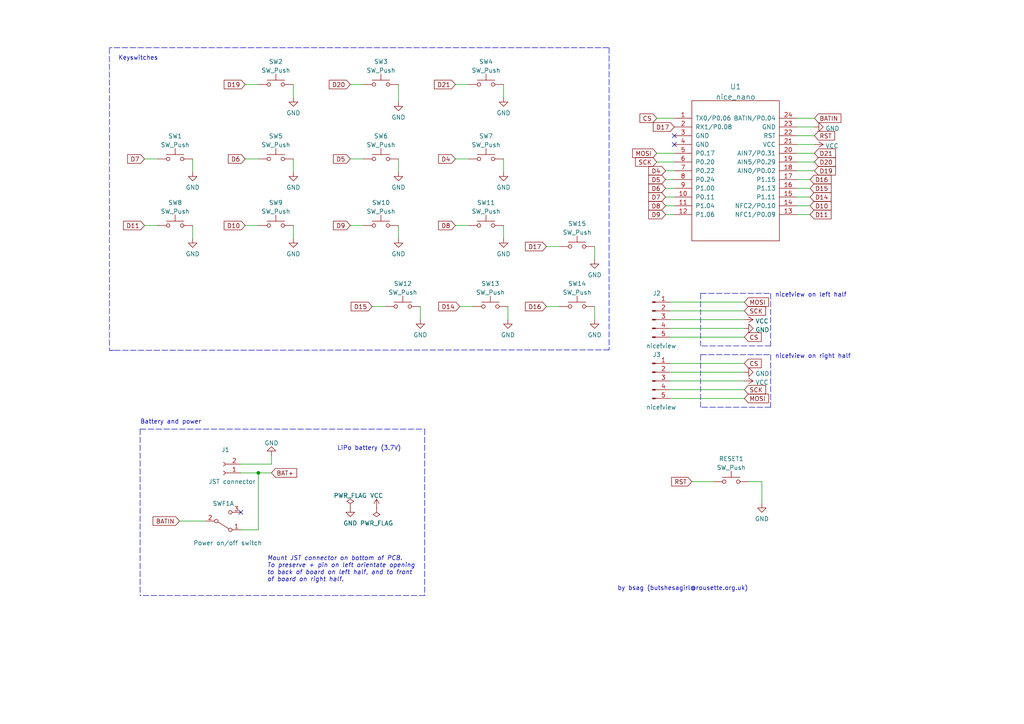
<source format=kicad_sch>
(kicad_sch (version 20211123) (generator eeschema)
  (paper "A4")
  (title_block (title "Nine Nice!Nano") (date "2022-11-12") (rev "v1"))
  (lib_symbols
    (symbol "Connector:Conn_01x02_Female" (pin_names (offset 1.016) hide)
      (property "Reference" "J" (at 0 2.54 0))
      (property "Value" "Conn_01x02_Female" (at 0 -5.08 0))
      (symbol "Conn_01x02_Female_1_1"
        (arc (start 0 -2.032) (mid -0.508 -2.54) (end 0 -3.048) (stroke (width 0.1524)))
        (polyline (pts (xy -1.27 -2.54) (xy -0.508 -2.54)) (stroke (width 0.1524)))
        (polyline (pts (xy -1.27 0) (xy -0.508 0)) (stroke (width 0.1524)))
        (arc (start 0 0.508) (mid -0.508 0) (end 0 -0.508) (stroke (width 0.1524)))
        (pin passive line (at -5.08 0 0) (length 3.81) (name "Pin_1") (number "1"))
        (pin passive line (at -5.08 -2.54 0) (length 3.81) (name "Pin_2") (number "2"))
      )
    )
    (symbol "Connector:Conn_01x05_Male" (pin_names (offset 1.016) hide)
      (property "Reference" "J" (at 0 7.62 0))
      (property "Value" "Conn_01x05_Male" (at 0 -7.62 0))
      (symbol "Conn_01x05_Male_1_1"
        (polyline (pts (xy 1.27 -5.08) (xy 0.8636 -5.08)) (stroke (width 0.1524)))
        (polyline (pts (xy 1.27 -2.54) (xy 0.8636 -2.54)) (stroke (width 0.1524)))
        (polyline (pts (xy 1.27 0) (xy 0.8636 0)) (stroke (width 0.1524)))
        (polyline (pts (xy 1.27 2.54) (xy 0.8636 2.54)) (stroke (width 0.1524)))
        (polyline (pts (xy 1.27 5.08) (xy 0.8636 5.08)) (stroke (width 0.1524)))
        (rectangle (start 0.8636 -4.953) (end 0 -5.207) (stroke (width 0.1524)) (fill (type outline)))
        (rectangle (start 0.8636 -2.413) (end 0 -2.667) (stroke (width 0.1524)) (fill (type outline)))
        (rectangle (start 0.8636 0.127) (end 0 -0.127) (stroke (width 0.1524)) (fill (type outline)))
        (rectangle (start 0.8636 2.667) (end 0 2.413) (stroke (width 0.1524)) (fill (type outline)))
        (rectangle (start 0.8636 5.207) (end 0 4.953) (stroke (width 0.1524)) (fill (type outline)))
        (pin passive line (at 5.08 5.08 180) (length 3.81) (name "Pin_1") (number "1"))
        (pin passive line (at 5.08 2.54 180) (length 3.81) (name "Pin_2") (number "2"))
        (pin passive line (at 5.08 0 180) (length 3.81) (name "Pin_3") (number "3"))
        (pin passive line (at 5.08 -2.54 180) (length 3.81) (name "Pin_4") (number "4"))
        (pin passive line (at 5.08 -5.08 180) (length 3.81) (name "Pin_5") (number "5"))
      )
    )
    (symbol "Switch:SW_DPDT_x2" (pin_names (offset 0) hide)
      (property "Reference" "SW" (at 0 4.318 0))
      (property "Value" "SW_DPDT_x2" (at 0 -5.08 0))
      (symbol "SW_DPDT_x2_0_0"
        (circle (center -2.032 0) (radius 0.508))
        (circle (center 2.032 -2.54) (radius 0.508))
      )
      (symbol "SW_DPDT_x2_0_1"
        (polyline (pts (xy -1.524 0.254) (xy 1.651 2.286)))
        (circle (center 2.032 2.54) (radius 0.508))
      )
      (symbol "SW_DPDT_x2_1_1"
        (pin passive line (at 5.08 2.54 180) (length 2.54) (name "A") (number "1"))
        (pin passive line (at -5.08 0 0) (length 2.54) (name "B") (number "2"))
        (pin passive line (at 5.08 -2.54 180) (length 2.54) (name "C") (number "3"))
      )
      (symbol "SW_DPDT_x2_2_1"
        (pin passive line (at 5.08 2.54 180) (length 2.54) (name "A") (number "4"))
        (pin passive line (at -5.08 0 0) (length 2.54) (name "B") (number "5"))
        (pin passive line (at 5.08 -2.54 180) (length 2.54) (name "C") (number "6"))
      )
    )
    (symbol "Switch:SW_Push" (pin_numbers hide) (pin_names (offset 1.016) hide)
      (property "Reference" "SW" (at 1.27 2.54 0))
      (property "Value" "SW_Push" (at 0 -1.524 0))
      (symbol "SW_Push_0_1"
        (circle (center -2.032 0) (radius 0.508))
        (polyline (pts (xy 0 1.27) (xy 0 3.048)))
        (polyline (pts (xy 2.54 1.27) (xy -2.54 1.27)))
        (circle (center 2.032 0) (radius 0.508))
        (pin passive line (at -5.08 0 0) (length 2.54) (name "1") (number "1"))
        (pin passive line (at 5.08 0 180) (length 2.54) (name "2") (number "2"))
      )
    )
    (symbol "nice_nano_1" (pin_names (offset 1.016))
      (property "Reference" "U" (at 0 0 0))
      (property "Value" "nice_nano_1" (at 0 2.54 0))
      (symbol "nice_nano_1_0_1"
        (rectangle (start -12.7 -21.59) (end 12.7 19.05))
      )
      (symbol "nice_nano_1_1_1"
        (pin input line (at -17.78 13.97 0) (length 5.08) (name "TX0/P0.06") (number "1"))
        (pin input line (at -17.78 -8.89 0) (length 5.08) (name "P0.11") (number "10"))
        (pin input line (at -17.78 -11.43 0) (length 5.08) (name "P1.04") (number "11"))
        (pin input line (at -17.78 -13.97 0) (length 5.08) (name "P1.06") (number "12"))
        (pin input line (at 17.78 -13.97 180) (length 5.08) (name "NFC1/P0.09") (number "13"))
        (pin input line (at 17.78 -11.43 180) (length 5.08) (name "NFC2/P0.10") (number "14"))
        (pin input line (at 17.78 -8.89 180) (length 5.08) (name "P1.11") (number "15"))
        (pin input line (at 17.78 -6.35 180) (length 5.08) (name "P1.13") (number "16"))
        (pin input line (at 17.78 -3.81 180) (length 5.08) (name "P1.15") (number "17"))
        (pin input line (at 17.78 -1.27 180) (length 5.08) (name "AIN0/P0.02") (number "18"))
        (pin input line (at 17.78 1.27 180) (length 5.08) (name "AIN5/P0.29") (number "19"))
        (pin input line (at -17.78 11.43 0) (length 5.08) (name "RX1/P0.08") (number "2"))
        (pin input line (at 17.78 3.81 180) (length 5.08) (name "AIN7/P0.31") (number "20"))
        (pin input line (at 17.78 6.35 180) (length 5.08) (name "VCC") (number "21"))
        (pin input line (at 17.78 8.89 180) (length 5.08) (name "RST") (number "22"))
        (pin input line (at 17.78 11.43 180) (length 5.08) (name "GND") (number "23"))
        (pin input line (at 17.78 13.97 180) (length 5.08) (name "BATIN/P0.04") (number "24"))
        (pin input line (at -17.78 8.89 0) (length 5.08) (name "GND") (number "3"))
        (pin input line (at -17.78 6.35 0) (length 5.08) (name "GND") (number "4"))
        (pin input line (at -17.78 3.81 0) (length 5.08) (name "P0.17") (number "5"))
        (pin input line (at -17.78 1.27 0) (length 5.08) (name "P0.20") (number "6"))
        (pin input line (at -17.78 -1.27 0) (length 5.08) (name "P0.22") (number "7"))
        (pin input line (at -17.78 -3.81 0) (length 5.08) (name "P0.24") (number "8"))
        (pin input line (at -17.78 -6.35 0) (length 5.08) (name "P1.00") (number "9"))
      )
    )
    (symbol "power:GND" (power) (pin_names (offset 0))
      (property "Value" "GND" (at 0 -3.81 0))
      (symbol "GND_0_1"
        (polyline (pts (xy 0 0) (xy 0 -1.27) (xy 1.27 -1.27) (xy 0 -2.54) (xy -1.27 -1.27) (xy 0 -1.27)))
      )
      (symbol "GND_1_1"
        (pin power_in line (at 0 0 270) (length 0) hide (name "GND") (number "1"))
      )
    )
    (symbol "power:PWR_FLAG" (power) (pin_numbers hide) (pin_names (offset 0) hide)
      (property "Value" "PWR_FLAG" (at 0 3.81 0))
      (symbol "PWR_FLAG_0_0"
        (pin power_out line (at 0 0 90) (length 0) (name "pwr") (number "1"))
      )
      (symbol "PWR_FLAG_0_1"
        (polyline (pts (xy 0 0) (xy 0 1.27) (xy -1.016 1.905) (xy 0 2.54) (xy 1.016 1.905) (xy 0 1.27)))
      )
    )
    (symbol "power:VCC" (power) (pin_names (offset 0))
      (property "Value" "VCC" (at 0 3.81 0))
      (symbol "VCC_0_1"
        (polyline (pts (xy -0.762 1.27) (xy 0 2.54)))
        (polyline (pts (xy 0 0) (xy 0 2.54)))
        (polyline (pts (xy 0 2.54) (xy 0.762 1.27)))
      )
      (symbol "VCC_1_1"
        (pin power_in line (at 0 0 90) (length 0) hide (name "VCC") (number "1"))
      )
    )
  )
  (junction (at 74.93 137.16))
  (no_connect (at 195.58 39.37))
  (no_connect (at 195.58 41.91))
  (no_connect (at 69.85 148.59))
  (wire (pts (xy 172.466 88.9) (xy 172.466 92.71)))
  (wire (pts (xy 217.17 139.7) (xy 220.98 139.7)))
  (wire (pts (xy 101.6 65.405) (xy 105.41 65.405)))
  (wire (pts (xy 146.05 46.101) (xy 146.05 49.911)))
  (wire (pts (xy 193.04 54.61) (xy 195.58 54.61)))
  (wire (pts (xy 194.31 105.41) (xy 215.9 105.41)))
  (wire (pts (xy 194.31 87.63) (xy 215.9 87.63)))
  (polyline (pts (xy 31.75 101.6) (xy 33.02 101.6)))
  (wire (pts (xy 74.93 137.16) (xy 69.85 137.16)))
  (polyline (pts (xy 203.2 102.87) (xy 203.2 118.11)))
  (wire (pts (xy 41.91 65.405) (xy 45.72 65.405)))
  (wire (pts (xy 231.14 52.07) (xy 234.95 52.07)))
  (wire (pts (xy 115.57 46.101) (xy 115.57 49.911)))
  (polyline (pts (xy 203.2 85.09) (xy 203.2 100.33)))
  (wire (pts (xy 121.92 88.9) (xy 121.92 92.71)))
  (polyline (pts (xy 123.19 124.46) (xy 123.19 172.72)))
  (wire (pts (xy 231.14 39.37) (xy 236.22 39.37)))
  (wire (pts (xy 193.04 52.07) (xy 195.58 52.07)))
  (wire (pts (xy 231.14 57.15) (xy 234.95 57.15)))
  (polyline (pts (xy 203.2 102.87) (xy 223.52 102.87)))
  (wire (pts (xy 231.14 44.45) (xy 236.22 44.45)))
  (wire (pts (xy 41.91 46.101) (xy 45.72 46.101)))
  (wire (pts (xy 231.14 41.91) (xy 236.22 41.91)))
  (wire (pts (xy 85.09 46.101) (xy 85.09 49.911)))
  (wire (pts (xy 132.08 46.101) (xy 135.89 46.101)))
  (polyline (pts (xy 223.52 118.11) (xy 203.2 118.11)))
  (wire (pts (xy 69.85 134.62) (xy 78.74 134.62)))
  (wire (pts (xy 231.14 62.23) (xy 234.95 62.23)))
  (wire (pts (xy 190.5 34.29) (xy 195.58 34.29)))
  (polyline (pts (xy 31.75 13.97) (xy 31.75 101.6)))
  (wire (pts (xy 231.14 36.83) (xy 236.22 36.83)))
  (wire (pts (xy 194.31 97.79) (xy 215.9 97.79)))
  (polyline (pts (xy 223.52 100.33) (xy 203.2 100.33)))
  (wire (pts (xy 101.6 46.101) (xy 105.41 46.101)))
  (wire (pts (xy 132.08 24.511) (xy 135.89 24.511)))
  (wire (pts (xy 194.31 110.49) (xy 215.9 110.49)))
  (wire (pts (xy 55.88 46.101) (xy 55.88 49.911)))
  (wire (pts (xy 231.14 49.53) (xy 236.22 49.53)))
  (wire (pts (xy 194.31 115.57) (xy 215.9 115.57)))
  (wire (pts (xy 146.05 24.511) (xy 146.05 28.321)))
  (wire (pts (xy 220.98 139.7) (xy 220.98 146.05)))
  (wire (pts (xy 193.04 57.15) (xy 195.58 57.15)))
  (wire (pts (xy 231.14 59.69) (xy 234.95 59.69)))
  (wire (pts (xy 200.66 139.7) (xy 207.01 139.7)))
  (polyline (pts (xy 176.657 13.843) (xy 176.657 101.473)))
  (polyline (pts (xy 176.53 13.843) (xy 31.75 13.843)))
  (wire (pts (xy 71.12 46.101) (xy 74.93 46.101)))
  (polyline (pts (xy 40.64 124.46) (xy 40.64 172.72)))
  (wire (pts (xy 85.09 65.405) (xy 85.09 69.215)))
  (polyline (pts (xy 223.52 102.87) (xy 223.52 118.11)))
  (wire (pts (xy 190.5 46.99) (xy 195.58 46.99)))
  (wire (pts (xy 132.08 65.405) (xy 135.89 65.405)))
  (polyline (pts (xy 123.19 172.72) (xy 40.64 172.72)))
  (polyline (pts (xy 223.52 85.09) (xy 223.52 100.33)))
  (wire (pts (xy 146.05 65.405) (xy 146.05 69.215)))
  (wire (pts (xy 107.95 88.9) (xy 111.76 88.9)))
  (wire (pts (xy 69.85 153.67) (xy 74.93 153.67)))
  (wire (pts (xy 158.496 71.501) (xy 162.306 71.501)))
  (wire (pts (xy 231.14 54.61) (xy 234.95 54.61)))
  (wire (pts (xy 194.31 95.25) (xy 215.9 95.25)))
  (wire (pts (xy 190.5 44.45) (xy 195.58 44.45)))
  (wire (pts (xy 74.93 137.16) (xy 78.74 137.16)))
  (polyline (pts (xy 203.2 85.09) (xy 223.52 85.09)))
  (wire (pts (xy 194.31 90.17) (xy 215.9 90.17)))
  (wire (pts (xy 55.88 65.405) (xy 55.88 69.215)))
  (wire (pts (xy 71.12 65.405) (xy 74.93 65.405)))
  (wire (pts (xy 71.12 24.511) (xy 74.93 24.511)))
  (wire (pts (xy 74.93 137.16) (xy 74.93 153.67)))
  (wire (pts (xy 85.09 24.511) (xy 85.09 28.321)))
  (wire (pts (xy 158.496 88.9) (xy 162.306 88.9)))
  (wire (pts (xy 193.04 49.53) (xy 195.58 49.53)))
  (wire (pts (xy 147.32 88.9) (xy 147.32 92.71)))
  (wire (pts (xy 78.74 132.08) (xy 78.74 134.62)))
  (wire (pts (xy 101.6 24.511) (xy 105.41 24.511)))
  (wire (pts (xy 231.14 46.99) (xy 236.22 46.99)))
  (polyline (pts (xy 40.64 124.46) (xy 123.19 124.46)))
  (wire (pts (xy 115.57 65.405) (xy 115.57 69.215)))
  (wire (pts (xy 193.04 59.69) (xy 195.58 59.69)))
  (polyline (pts (xy 176.657 101.473) (xy 31.75 101.6)))
  (wire (pts (xy 194.31 107.95) (xy 215.9 107.95)))
  (wire (pts (xy 133.35 88.9) (xy 137.16 88.9)))
  (wire (pts (xy 231.14 34.29) (xy 236.22 34.29)))
  (wire (pts (xy 194.31 113.03) (xy 215.9 113.03)))
  (wire (pts (xy 193.04 62.23) (xy 195.58 62.23)))
  (wire (pts (xy 194.31 92.71) (xy 215.9 92.71)))
  (wire (pts (xy 115.57 24.511) (xy 115.57 29.591)))
  (wire (pts (xy 52.07 151.13) (xy 59.69 151.13)))
  (wire (pts (xy 172.466 71.501) (xy 172.466 75.311)))
  (text "by bsag (butshesagirl@rousette.org.uk)" (at 179.07 171.45 0) (effects (font (size 1.27 1.27)) (justify left bottom)))
  (text "LiPo battery (3.7V)" (at 97.79 130.81 0) (effects (font (size 1.27 1.27)) (justify left bottom)))
  (text "Mount JST connector on bottom of PCB.\nTo preserve + pin on left orientate opening\nto back of board on left half, and to front\nof board on right half.\n" (at 77.47 168.91 0) (effects (font (size 1.27 1.27) italic) (justify left bottom)))
  (text "nice!view on right half" (at 224.79 104.14 0) (effects (font (size 1.27 1.27)) (justify left bottom)))
  (text "Keyswitches" (at 34.29 17.653 0) (effects (font (size 1.27 1.27)) (justify left bottom)))
  (text "nice!view on left half" (at 224.79 86.36 0) (effects (font (size 1.27 1.27)) (justify left bottom)))
  (text "Battery and power\n" (at 40.64 123.19 0) (effects (font (size 1.27 1.27)) (justify left bottom)))
  (global_label "BATIN" (shape input) (at 236.22 34.29 0) (property "Intersheet References" "${INTERSHEET_REFS}" (effects hide)))
  (global_label "D11" (shape input) (at 234.95 62.23 0) (property "Intersheet References" "${INTERSHEET_REFS}" (effects hide)))
  (global_label "D7" (shape input) (at 41.91 46.101 180) (property "Intersheet References" "${INTERSHEET_REFS}" (effects hide)))
  (global_label "D7" (shape input) (at 193.04 57.15 180) (property "Intersheet References" "${INTERSHEET_REFS}" (effects hide)))
  (global_label "D16" (shape input) (at 234.95 52.07 0) (property "Intersheet References" "${INTERSHEET_REFS}" (effects hide)))
  (global_label "D14" (shape input) (at 234.95 57.15 0) (property "Intersheet References" "${INTERSHEET_REFS}" (effects hide)))
  (global_label "D9" (shape input) (at 101.6 65.405 180) (property "Intersheet References" "${INTERSHEET_REFS}" (effects hide)))
  (global_label "D8" (shape input) (at 193.04 59.69 180) (property "Intersheet References" "${INTERSHEET_REFS}" (effects hide)))
  (global_label "D4" (shape input) (at 132.08 46.101 180) (property "Intersheet References" "${INTERSHEET_REFS}" (effects hide)))
  (global_label "SCK" (shape input) (at 215.9 90.17 0) (property "Intersheet References" "${INTERSHEET_REFS}" (effects hide)))
  (global_label "RST" (shape input) (at 236.22 39.37 0) (property "Intersheet References" "${INTERSHEET_REFS}" (effects hide)))
  (global_label "CS" (shape input) (at 215.9 105.41 0) (property "Intersheet References" "${INTERSHEET_REFS}" (effects hide)))
  (global_label "D5" (shape input) (at 101.6 46.101 180) (property "Intersheet References" "${INTERSHEET_REFS}" (effects hide)))
  (global_label "MOSI" (shape input) (at 215.9 87.63 0) (property "Intersheet References" "${INTERSHEET_REFS}" (effects hide)))
  (global_label "BATIN" (shape input) (at 52.07 151.13 180) (property "Intersheet References" "${INTERSHEET_REFS}" (effects hide)))
  (global_label "SCK" (shape input) (at 215.9 113.03 0) (property "Intersheet References" "${INTERSHEET_REFS}" (effects hide)))
  (global_label "CS" (shape input) (at 215.9 97.79 0) (property "Intersheet References" "${INTERSHEET_REFS}" (effects hide)))
  (global_label "D10" (shape input) (at 71.12 65.405 180) (property "Intersheet References" "${INTERSHEET_REFS}" (effects hide)))
  (global_label "D14" (shape input) (at 133.35 88.9 180) (property "Intersheet References" "${INTERSHEET_REFS}" (effects hide)))
  (global_label "D20" (shape input) (at 236.22 46.99 0) (property "Intersheet References" "${INTERSHEET_REFS}" (effects hide)))
  (global_label "D11" (shape input) (at 41.91 65.405 180) (property "Intersheet References" "${INTERSHEET_REFS}" (effects hide)))
  (global_label "D9" (shape input) (at 193.04 62.23 180) (property "Intersheet References" "${INTERSHEET_REFS}" (effects hide)))
  (global_label "SCK" (shape input) (at 190.5 46.99 180) (property "Intersheet References" "${INTERSHEET_REFS}" (effects hide)))
  (global_label "D15" (shape input) (at 107.95 88.9 180) (property "Intersheet References" "${INTERSHEET_REFS}" (effects hide)))
  (global_label "BAT+" (shape input) (at 78.74 137.16 0) (property "Intersheet References" "${INTERSHEET_REFS}" (effects hide)))
  (global_label "D17" (shape input) (at 195.58 36.83 180) (property "Intersheet References" "${INTERSHEET_REFS}" (effects hide)))
  (global_label "D16" (shape input) (at 158.496 88.9 180) (property "Intersheet References" "${INTERSHEET_REFS}" (effects hide)))
  (global_label "D10" (shape input) (at 234.95 59.69 0) (property "Intersheet References" "${INTERSHEET_REFS}" (effects hide)))
  (global_label "D4" (shape input) (at 193.04 49.53 180) (property "Intersheet References" "${INTERSHEET_REFS}" (effects hide)))
  (global_label "D19" (shape input) (at 71.12 24.511 180) (property "Intersheet References" "${INTERSHEET_REFS}" (effects hide)))
  (global_label "RST" (shape input) (at 200.66 139.7 180) (property "Intersheet References" "${INTERSHEET_REFS}" (effects hide)))
  (global_label "D19" (shape input) (at 236.22 49.53 0) (property "Intersheet References" "${INTERSHEET_REFS}" (effects hide)))
  (global_label "D21" (shape input) (at 132.08 24.511 180) (property "Intersheet References" "${INTERSHEET_REFS}" (effects hide)))
  (global_label "D17" (shape input) (at 158.496 71.501 180) (property "Intersheet References" "${INTERSHEET_REFS}" (effects hide)))
  (global_label "D8" (shape input) (at 132.08 65.405 180) (property "Intersheet References" "${INTERSHEET_REFS}" (effects hide)))
  (global_label "D20" (shape input) (at 101.6 24.511 180) (property "Intersheet References" "${INTERSHEET_REFS}" (effects hide)))
  (global_label "CS" (shape input) (at 190.5 34.29 180) (property "Intersheet References" "${INTERSHEET_REFS}" (effects hide)))
  (global_label "MOSI" (shape input) (at 215.9 115.57 0) (property "Intersheet References" "${INTERSHEET_REFS}" (effects hide)))
  (global_label "D5" (shape input) (at 193.04 52.07 180) (property "Intersheet References" "${INTERSHEET_REFS}" (effects hide)))
  (global_label "D6" (shape input) (at 193.04 54.61 180) (property "Intersheet References" "${INTERSHEET_REFS}" (effects hide)))
  (global_label "D21" (shape input) (at 236.22 44.45 0) (property "Intersheet References" "${INTERSHEET_REFS}" (effects hide)))
  (global_label "MOSI" (shape input) (at 190.5 44.45 180) (property "Intersheet References" "${INTERSHEET_REFS}" (effects hide)))
  (global_label "D15" (shape input) (at 234.95 54.61 0) (property "Intersheet References" "${INTERSHEET_REFS}" (effects hide)))
  (global_label "D6" (shape input) (at 71.12 46.101 180) (property "Intersheet References" "${INTERSHEET_REFS}" (effects hide)))
  (symbol (lib_id "power:VCC") (at 109.22 147.32 0) (unit 1)
    (property "Reference" "#PWR06" (effects hide))
    (property "Value" "VCC" (at 109.22 143.7442 0))
  )
  (symbol (lib_id "Switch:SW_Push") (at 140.97 24.511 0) (unit 1)
    (property "Reference" "SW4" (at 140.97 17.8902 0))
    (property "Value" "SW_Push" (at 140.97 20.4271 0))
    (property "Footprint" "footprints:pg1350-rev-hs-1U" (effects hide))
  )
  (symbol (lib_id "power:GND") (at 101.6 147.32 0) (unit 1)
    (property "Reference" "#PWR05" (effects hide))
    (property "Value" "GND" (at 101.6 151.7634 0))
  )
  (symbol (lib_id "Switch:SW_Push") (at 140.97 65.405 0) (unit 1)
    (property "Reference" "SW11" (at 140.97 58.7842 0))
    (property "Value" "SW_Push" (at 140.97 61.3211 0))
    (property "Footprint" "footprints:pg1350-rev-hs-1U" (effects hide))
  )
  (symbol (lib_id "power:VCC") (at 215.9 92.71 270) (unit 1)
    (property "Reference" "#PWR016" (effects hide))
    (property "Value" "VCC" (at 219.075 93.1438 90) (effects (justify left)))
  )
  (symbol (lib_id "Switch:SW_Push") (at 50.8 65.405 0) (unit 1)
    (property "Reference" "SW8" (at 50.8 58.7842 0))
    (property "Value" "SW_Push" (at 50.8 61.3211 0))
    (property "Footprint" "footprints:pg1350-rev-hs-1.25U" (effects hide))
  )
  (symbol (lib_id "power:GND") (at 172.466 92.71 0) (unit 1)
    (property "Reference" "#PWR?" (effects hide))
    (property "Value" "GND" (at 172.466 97.1534 0))
  )
  (symbol (lib_id "Switch:SW_Push") (at 80.01 46.101 0) (unit 1)
    (property "Reference" "SW5" (at 80.01 39.4802 0))
    (property "Value" "SW_Push" (at 80.01 42.0171 0))
    (property "Footprint" "footprints:pg1350-rev-hs-1U" (effects hide))
  )
  (symbol (lib_id "power:GND") (at 215.9 107.95 90) (unit 1)
    (property "Reference" "#PWR018" (effects hide))
    (property "Value" "GND" (at 219.075 108.3838 90) (effects (justify right)))
  )
  (symbol (lib_id "power:GND") (at 85.09 69.215 0) (unit 1)
    (property "Reference" "#PWR?" (effects hide))
    (property "Value" "GND" (at 85.09 73.6584 0))
  )
  (symbol (lib_id "power:GND") (at 115.57 69.215 0) (unit 1)
    (property "Reference" "#PWR?" (effects hide))
    (property "Value" "GND" (at 115.57 73.6584 0))
  )
  (symbol (lib_id "power:GND") (at 78.74 132.08 180) (unit 1)
    (property "Reference" "#PWR02" (effects hide))
    (property "Value" "GND" (at 78.74 128.5042 0))
  )
  (symbol (lib_id "Switch:SW_Push") (at 167.386 71.501 0) (unit 1)
    (property "Reference" "SW15" (at 167.386 64.8802 0))
    (property "Value" "SW_Push" (at 167.386 67.4171 0))
    (property "Footprint" "footprints:pg1350-rev-hs-1.25U" (effects hide))
  )
  (symbol (lib_id "Switch:SW_Push") (at 80.01 24.511 0) (unit 1)
    (property "Reference" "SW2" (at 80.01 17.8902 0))
    (property "Value" "SW_Push" (at 80.01 20.4271 0))
    (property "Footprint" "footprints:pg1350-rev-hs-1U" (effects hide))
  )
  (symbol (lib_id "power:PWR_FLAG") (at 101.6 147.32 0) (unit 1)
    (property "Reference" "#FLG01" (effects hide))
    (property "Value" "PWR_FLAG" (at 101.6 143.7442 0))
  )
  (symbol (lib_id "Switch:SW_Push") (at 110.49 46.101 0) (unit 1)
    (property "Reference" "SW6" (at 110.49 39.4802 0))
    (property "Value" "SW_Push" (at 110.49 42.0171 0))
    (property "Footprint" "footprints:pg1350-rev-hs-1U" (effects hide))
  )
  (symbol (lib_id "power:GND") (at 236.22 36.83 90) (unit 1)
    (property "Reference" "#PWR021" (effects hide))
    (property "Value" "GND" (at 239.395 37.2638 90) (effects (justify right)))
  )
  (symbol (lib_id "Connector:Conn_01x05_Male") (at 189.23 92.71 0) (unit 1)
    (property "Reference" "J2" (at 190.5 85.09 0))
    (property "Value" "nice!view" (at 191.77 100.33 0))
    (property "Footprint" "footprints:OLED_5Pin" (effects hide))
  )
  (symbol (lib_id "Connector:Conn_01x05_Male") (at 189.23 110.49 0) (unit 1)
    (property "Reference" "J3" (at 190.5 102.87 0))
    (property "Value" "nice!view" (at 191.77 118.11 0))
    (property "Footprint" "footprints:OLED_5Pin" (effects hide))
  )
  (symbol (lib_id "Switch:SW_Push") (at 110.49 65.405 0) (unit 1)
    (property "Reference" "SW10" (at 110.49 58.7842 0))
    (property "Value" "SW_Push" (at 110.49 61.3211 0))
    (property "Footprint" "footprints:pg1350-rev-hs-1U" (effects hide))
  )
  (symbol (lib_id "Switch:SW_Push") (at 142.24 88.9 0) (unit 1)
    (property "Reference" "SW13" (at 142.24 82.2792 0))
    (property "Value" "SW_Push" (at 142.24 84.8161 0))
    (property "Footprint" "footprints:pg1350-rev-hs-1.25U" (effects hide))
  )
  (symbol (lib_id "power:GND") (at 146.05 28.321 0) (unit 1)
    (property "Reference" "#PWR010" (effects hide))
    (property "Value" "GND" (at 146.05 32.7644 0))
  )
  (symbol (lib_id "power:GND") (at 172.466 75.311 0) (unit 1)
    (property "Reference" "#PWR?" (effects hide))
    (property "Value" "GND" (at 172.466 79.7544 0))
  )
  (symbol (lib_id "power:GND") (at 121.92 92.71 0) (unit 1)
    (property "Reference" "#PWR09" (effects hide))
    (property "Value" "GND" (at 121.92 97.1534 0))
  )
  (symbol (lib_id "power:VCC") (at 215.9 110.49 270) (unit 1)
    (property "Reference" "#PWR019" (effects hide))
    (property "Value" "VCC" (at 219.075 110.9238 90) (effects (justify left)))
  )
  (symbol (lib_id "Switch:SW_Push") (at 50.8 46.101 0) (unit 1)
    (property "Reference" "SW1" (at 50.8 39.4802 0))
    (property "Value" "SW_Push" (at 50.8 42.0171 0))
    (property "Footprint" "footprints:pg1350-rev-hs-1.25U" (effects hide))
  )
  (symbol (lib_id "Switch:SW_Push") (at 116.84 88.9 0) (unit 1)
    (property "Reference" "SW12" (at 116.84 82.2792 0))
    (property "Value" "SW_Push" (at 116.84 84.8161 0))
    (property "Footprint" "footprints:pg1350-rev-hs-1.25U" (effects hide))
  )
  (symbol (lib_id "Connector:Conn_01x02_Female") (at 64.77 137.16 180) (unit 1)
    (property "Reference" "J1" (at 65.405 130.463 0))
    (property "Value" "JST connector" (at 67.31 139.7 0))
    (property "Footprint" "footprints:JST-ZH-2p-1.5" (effects hide))
  )
  (symbol (lib_id "power:GND") (at 115.57 29.591 0) (unit 1)
    (property "Reference" "#PWR07" (effects hide))
    (property "Value" "GND" (at 115.57 34.0344 0))
  )
  (symbol (lib_id "power:GND") (at 85.09 49.911 0) (unit 1)
    (property "Reference" "#PWR04" (effects hide))
    (property "Value" "GND" (at 85.09 54.3544 0))
  )
  (symbol (lib_id "Switch:SW_Push") (at 167.386 88.9 0) (unit 1)
    (property "Reference" "SW14" (at 167.386 82.2792 0))
    (property "Value" "SW_Push" (at 167.386 84.8161 0))
    (property "Footprint" "footprints:pg1350-rev-hs-1.25U" (effects hide))
  )
  (symbol (lib_id "power:GND") (at 55.88 69.215 0) (unit 1)
    (property "Reference" "#PWR?" (effects hide))
    (property "Value" "GND" (at 55.88 73.6584 0))
  )
  (symbol (lib_id "Switch:SW_DPDT_x2") (at 64.77 151.13 0) (mirror x) (unit 1)
    (property "Reference" "SWF1" (at 64.77 146.05 0))
    (property "Value" "Power on/off switch" (at 66.04 157.48 0))
    (property "Footprint" "footprints:pwr-sw-smd-pcm12" (effects hide))
  )
  (symbol (lib_id "power:GND") (at 146.05 49.911 0) (unit 1)
    (property "Reference" "#PWR011" (effects hide))
    (property "Value" "GND" (at 146.05 54.3544 0))
  )
  (symbol (lib_id "power:GND") (at 146.05 69.215 0) (unit 1)
    (property "Reference" "#PWR?" (effects hide))
    (property "Value" "GND" (at 146.05 73.6584 0))
  )
  (symbol (lib_id "power:VCC") (at 236.22 41.91 270) (unit 1)
    (property "Reference" "#PWR022" (effects hide))
    (property "Value" "VCC" (at 239.395 42.3438 90) (effects (justify left)))
  )
  (symbol (lib_name "nice_nano_1") (lib_id "nice_nano:nice_nano") (at 213.36 48.26 0) (unit 1)
    (property "Reference" "U1" (at 213.36 25.1259 0) (effects (font (size 1.524 1.524))))
    (property "Value" "nice_nano" (at 213.36 28.1193 0) (effects (font (size 1.524 1.524))))
    (property "Footprint" "footprints:nice-nano-no-rev" (effects hide))
  )
  (symbol (lib_id "Switch:SW_Push") (at 212.09 139.7 0) (unit 1)
    (property "Reference" "RESET1" (at 212.09 133.0792 0))
    (property "Value" "SW_Push" (at 212.09 135.6161 0))
    (property "Footprint" "footprints:b3u1000p" (effects hide))
  )
  (symbol (lib_id "power:GND") (at 215.9 95.25 90) (unit 1)
    (property "Reference" "#PWR017" (effects hide))
    (property "Value" "GND" (at 219.075 95.6838 90) (effects (justify right)))
  )
  (symbol (lib_id "power:GND") (at 147.32 92.71 0) (unit 1)
    (property "Reference" "#PWR012" (effects hide))
    (property "Value" "GND" (at 147.32 97.1534 0))
  )
  (symbol (lib_id "power:GND") (at 85.09 28.321 0) (unit 1)
    (property "Reference" "#PWR03" (effects hide))
    (property "Value" "GND" (at 85.09 32.7644 0))
  )
  (symbol (lib_id "power:GND") (at 55.88 49.911 0) (unit 1)
    (property "Reference" "#PWR01" (effects hide))
    (property "Value" "GND" (at 55.88 54.3544 0))
  )
  (symbol (lib_id "Switch:SW_Push") (at 110.49 24.511 0) (unit 1)
    (property "Reference" "SW3" (at 110.49 17.8902 0))
    (property "Value" "SW_Push" (at 110.49 20.4271 0))
    (property "Footprint" "footprints:pg1350-rev-hs-1U" (effects hide))
  )
  (symbol (lib_id "Switch:SW_Push") (at 80.01 65.405 0) (unit 1)
    (property "Reference" "SW9" (at 80.01 58.7842 0))
    (property "Value" "SW_Push" (at 80.01 61.3211 0))
    (property "Footprint" "footprints:pg1350-rev-hs-1U" (effects hide))
  )
  (symbol (lib_id "power:GND") (at 115.57 49.911 0) (unit 1)
    (property "Reference" "#PWR08" (effects hide))
    (property "Value" "GND" (at 115.57 54.3544 0))
  )
  (symbol (lib_id "power:PWR_FLAG") (at 109.22 147.32 180) (unit 1)
    (property "Reference" "#FLG02" (effects hide))
    (property "Value" "PWR_FLAG" (at 109.22 151.7634 0))
  )
  (symbol (lib_id "Switch:SW_Push") (at 140.97 46.101 0) (unit 1)
    (property "Reference" "SW7" (at 140.97 39.4802 0))
    (property "Value" "SW_Push" (at 140.97 42.0171 0))
    (property "Footprint" "footprints:pg1350-rev-hs-1U" (effects hide))
  )
  (symbol (lib_id "power:GND") (at 220.98 146.05 0) (unit 1)
    (property "Reference" "#PWR020" (effects hide))
    (property "Value" "GND" (at 220.98 150.4934 0))
  )
)
</source>
